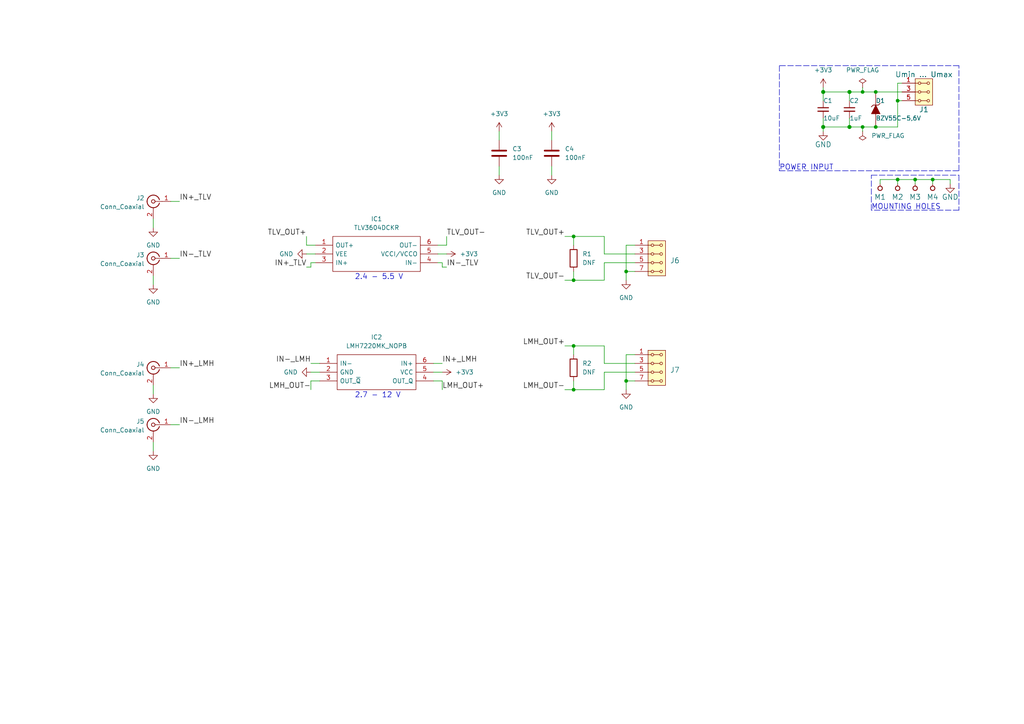
<source format=kicad_sch>
(kicad_sch (version 20211123) (generator eeschema)
  (paper "A4")
  (title_block (title "ACOMP01") (date "2023-02-09") (rev "A") (company "Mlab www.mlab.cz") (comment 1 "Fast analog comparator") (comment 2 "Marek Sommer <sommer@ujf.cas.cz>"))
  (lib_symbols
    (symbol "Connector:Conn_Coaxial" (pin_names (offset 1.016) hide)
      (property "Reference" "J" (at 0.254 3.048 0))
      (property "Value" "Conn_Coaxial" (at 2.921 0 90))
      (symbol "Conn_Coaxial_0_1"
        (arc (start -1.778 -0.508) (mid 0.2311 -1.8066) (end 1.778 0) (stroke (width 0.254)))
        (polyline (pts (xy -2.54 0) (xy -0.508 0)))
        (polyline (pts (xy 0 -2.54) (xy 0 -1.778)))
        (circle (center 0 0) (radius 0.508) (stroke (width 0.2032)))
        (arc (start 1.778 0) (mid 0.2099 1.8101) (end -1.778 0.508) (stroke (width 0.254)))
      )
      (symbol "Conn_Coaxial_1_1"
        (pin passive line (at -5.08 0 0) (length 2.54) (name "In") (number "1"))
        (pin passive line (at 0 -5.08 90) (length 2.54) (name "Ext") (number "2"))
      )
    )
    (symbol "Device:C" (pin_numbers hide) (pin_names (offset 0.254))
      (property "Reference" "C" (at 0.635 2.54 0))
      (property "Value" "C" (at 0.635 -2.54 0))
      (symbol "C_0_1"
        (polyline (pts (xy -2.032 -0.762) (xy 2.032 -0.762)) (stroke (width 0.508)))
        (polyline (pts (xy -2.032 0.762) (xy 2.032 0.762)) (stroke (width 0.508)))
      )
      (symbol "C_1_1"
        (pin passive line (at 0 3.81 270) (length 2.794) (name "~") (number "1"))
        (pin passive line (at 0 -3.81 90) (length 2.794) (name "~") (number "2"))
      )
    )
    (symbol "Device:R" (pin_numbers hide) (pin_names (offset 0))
      (property "Reference" "R" (at 2.032 0 90))
      (property "Value" "R" (at 0 0 90))
      (symbol "R_0_1"
        (rectangle (start -1.016 -2.54) (end 1.016 2.54) (stroke (width 0.254)))
      )
      (symbol "R_1_1"
        (pin passive line (at 0 3.81 270) (length 1.27) (name "~") (number "1"))
        (pin passive line (at 0 -3.81 90) (length 1.27) (name "~") (number "2"))
      )
    )
    (symbol "GND_1" (power) (pin_names (offset 0))
      (property "Value" "GND_1" (at 0 -3.81 0))
      (symbol "GND_1_0_1"
        (polyline (pts (xy 0 0) (xy 0 -1.27) (xy 1.27 -1.27) (xy 0 -2.54) (xy -1.27 -1.27) (xy 0 -1.27)))
      )
      (symbol "GND_1_1_1"
        (pin power_in line (at 0 0 270) (length 0) hide (name "GND") (number "1"))
      )
    )
    (symbol "GND_2" (power) (pin_names (offset 0))
      (property "Value" "GND_2" (at 0 -3.81 0))
      (symbol "GND_2_0_1"
        (polyline (pts (xy 0 0) (xy 0 -1.27) (xy 1.27 -1.27) (xy 0 -2.54) (xy -1.27 -1.27) (xy 0 -1.27)))
      )
      (symbol "GND_2_1_1"
        (pin power_in line (at 0 0 270) (length 0) hide (name "GND") (number "1"))
      )
    )
    (symbol "GND_3" (power) (pin_names (offset 0))
      (property "Value" "GND_3" (at 0 -3.81 0))
      (symbol "GND_3_0_1"
        (polyline (pts (xy 0 0) (xy 0 -1.27) (xy 1.27 -1.27) (xy 0 -2.54) (xy -1.27 -1.27) (xy 0 -1.27)))
      )
      (symbol "GND_3_1_1"
        (pin power_in line (at 0 0 270) (length 0) hide (name "GND") (number "1"))
      )
    )
    (symbol "GND_4" (power) (pin_names (offset 0))
      (property "Value" "GND_4" (at 0 -3.81 0))
      (symbol "GND_4_0_1"
        (polyline (pts (xy 0 0) (xy 0 -1.27) (xy 1.27 -1.27) (xy 0 -2.54) (xy -1.27 -1.27) (xy 0 -1.27)))
      )
      (symbol "GND_4_1_1"
        (pin power_in line (at 0 0 270) (length 0) hide (name "GND") (number "1"))
      )
    )
    (symbol "ISM02A-rescue:C_Small-Device-ISM02A-rescue" (pin_numbers hide) (pin_names (offset 0.254) hide)
      (property "Reference" "C" (at 0.254 1.778 0))
      (property "Value" "C_Small-Device-ISM02A-rescue" (at 0.254 -2.032 0))
      (symbol "C_Small-Device-ISM02A-rescue_0_1"
        (polyline (pts (xy -1.524 -0.508) (xy 1.524 -0.508)) (stroke (width 0.3302)))
        (polyline (pts (xy -1.524 0.508) (xy 1.524 0.508)) (stroke (width 0.3048)))
      )
      (symbol "C_Small-Device-ISM02A-rescue_1_1"
        (pin passive line (at 0 2.54 270) (length 2.032) (name "~") (number "1"))
        (pin passive line (at 0 -2.54 90) (length 2.032) (name "~") (number "2"))
      )
    )
    (symbol "ISM02A-rescue:D_ZENER-MLAB_D" (pin_numbers hide) (pin_names (offset 1.016) hide)
      (property "Reference" "D" (at 0 2.54 0))
      (property "Value" "D_ZENER-MLAB_D" (at 0 -2.54 0))
      (symbol "D_ZENER-MLAB_D_0_1"
        (polyline (pts (xy -1.778 1.27) (xy -1.27 0.762) (xy -1.27 -0.762) (xy -0.762 -1.27) (xy -0.762 -1.27)) (stroke (width 0.2032)))
        (polyline (pts (xy -1.27 0) (xy 1.27 1.27) (xy 1.27 -1.27) (xy -1.27 0) (xy -1.27 0)) (fill (type outline)))
      )
      (symbol "D_ZENER-MLAB_D_1_1"
        (pin passive line (at -5.08 0 0) (length 3.81) (name "K") (number "1"))
        (pin passive line (at 5.08 0 180) (length 3.81) (name "A") (number "2"))
      )
    )
    (symbol "LMH7220MK_NOPB:LMH7220MK_NOPB" (pin_names (offset 0.762))
      (property "Reference" "IC" (at 29.21 7.62 0))
      (property "Value" "LMH7220MK_NOPB" (at 29.21 5.08 0))
      (symbol "LMH7220MK_NOPB_0_0"
        (pin passive line (at 0 0 0) (length 5.08) (name "IN-") (number "1"))
        (pin passive line (at 0 -2.54 0) (length 5.08) (name "GND") (number "2"))
        (pin passive line (at 0 -5.08 0) (length 5.08) (name "OUT_~{Q}") (number "3"))
        (pin passive line (at 33.02 -5.08 180) (length 5.08) (name "OUT_Q") (number "4"))
        (pin passive line (at 33.02 -2.54 180) (length 5.08) (name "VCC") (number "5"))
        (pin passive line (at 33.02 0 180) (length 5.08) (name "IN+") (number "6"))
      )
      (symbol "LMH7220MK_NOPB_0_1"
        (polyline (pts (xy 5.08 2.54) (xy 27.94 2.54) (xy 27.94 -7.62) (xy 5.08 -7.62) (xy 5.08 2.54)) (stroke (width 0.1524)))
      )
    )
    (symbol "MLAB_HEADER:HEADER_2x04_PARALLEL" (pin_names (offset 1.016))
      (property "Reference" "J" (at 0 -6.35 0))
      (property "Value" "HEADER_2x04_PARALLEL" (at 0 6.35 0))
      (symbol "HEADER_2x04_PARALLEL_0_1"
        (rectangle (start -2.54 5.08) (end 2.54 -5.08) (fill (type background)))
        (circle (center -1.27 -3.81) (radius 0.381))
        (circle (center -1.27 -1.27) (radius 0.381))
        (circle (center -1.27 1.27) (radius 0.381))
        (circle (center -1.27 3.81) (radius 0.381))
        (polyline (pts (xy -1.651 -3.81) (xy -2.54 -3.81)))
        (polyline (pts (xy -1.651 -1.27) (xy -2.54 -1.27)))
        (polyline (pts (xy -1.651 1.27) (xy -2.54 1.27)))
        (polyline (pts (xy -1.651 3.81) (xy -2.54 3.81)))
        (polyline (pts (xy -0.889 -3.81) (xy 0.889 -3.81)))
        (polyline (pts (xy -0.889 -1.27) (xy 0.889 -1.27)))
        (polyline (pts (xy -0.889 1.27) (xy 0.889 1.27)))
        (polyline (pts (xy -0.889 3.81) (xy 0.889 3.81)))
        (circle (center 1.27 -3.81) (radius 0.381))
        (circle (center 1.27 -1.27) (radius 0.381))
        (circle (center 1.27 1.27) (radius 0.381))
        (circle (center 1.27 3.81) (radius 0.381))
      )
      (symbol "HEADER_2x04_PARALLEL_1_1"
        (pin input line (at -6.35 3.81 0) (length 3.81) (name "~") (number "1"))
        (pin input line (at -6.35 3.81 0) (length 3.81) hide (name "~") (number "2"))
        (pin input line (at -6.35 1.27 0) (length 3.81) (name "~") (number "3"))
        (pin input line (at -6.35 1.27 0) (length 3.81) hide (name "~") (number "4"))
        (pin input line (at -6.35 -1.27 0) (length 3.81) (name "~") (number "5"))
        (pin input line (at -6.35 -1.27 0) (length 3.81) hide (name "~") (number "6"))
        (pin input line (at -6.35 -3.81 0) (length 3.81) (name "~") (number "7"))
        (pin input line (at -6.35 -3.81 0) (length 3.81) hide (name "~") (number "8"))
      )
    )
    (symbol "TLV3604DCKR:TLV3604DCKR" (pin_names (offset 0.762))
      (property "Reference" "IC" (at 31.75 7.62 0))
      (property "Value" "TLV3604DCKR" (at 31.75 5.08 0))
      (symbol "TLV3604DCKR_0_0"
        (pin passive line (at 0 0 0) (length 5.08) (name "OUT+") (number "1"))
        (pin passive line (at 0 -2.54 0) (length 5.08) (name "VEE") (number "2"))
        (pin passive line (at 0 -5.08 0) (length 5.08) (name "IN+") (number "3"))
        (pin passive line (at 35.56 -5.08 180) (length 5.08) (name "IN-") (number "4"))
        (pin passive line (at 35.56 -2.54 180) (length 5.08) (name "VCCI/VCCO") (number "5"))
        (pin passive line (at 35.56 0 180) (length 5.08) (name "OUT-") (number "6"))
      )
      (symbol "TLV3604DCKR_0_1"
        (polyline (pts (xy 5.08 2.54) (xy 30.48 2.54) (xy 30.48 -7.62) (xy 5.08 -7.62) (xy 5.08 2.54)) (stroke (width 0.1524)))
      )
    )
    (symbol "header:HEADER_2x03_PARALLEL" (pin_names (offset 1.016))
      (property "Reference" "J" (at 0 -5.08 0))
      (property "Value" "HEADER_2x03_PARALLEL" (at 0 5.08 0))
      (symbol "HEADER_2x03_PARALLEL_0_1"
        (rectangle (start -2.54 3.81) (end 2.54 -3.81) (fill (type background)))
        (circle (center -1.27 -2.54) (radius 0.381))
        (circle (center -1.27 0) (radius 0.381))
        (circle (center -1.27 2.54) (radius 0.381))
        (polyline (pts (xy -1.651 -2.54) (xy -2.54 -2.54)))
        (polyline (pts (xy -1.651 0) (xy -2.54 0)))
        (polyline (pts (xy -1.651 2.54) (xy -2.54 2.54)))
        (polyline (pts (xy -0.889 -2.54) (xy 0.889 -2.54)))
        (polyline (pts (xy -0.889 0) (xy 0.889 0)))
        (polyline (pts (xy -0.889 2.54) (xy 0.889 2.54)))
        (circle (center 1.27 -2.54) (radius 0.381))
        (circle (center 1.27 0) (radius 0.381))
        (circle (center 1.27 2.54) (radius 0.381))
      )
      (symbol "HEADER_2x03_PARALLEL_1_1"
        (pin input line (at -6.35 2.54 0) (length 3.81) (name "~") (number "1"))
        (pin input line (at -6.35 2.54 0) (length 3.81) hide (name "~") (number "2"))
        (pin input line (at -6.35 0 0) (length 3.81) (name "~") (number "3"))
        (pin input line (at -6.35 0 0) (length 3.81) hide (name "~") (number "4"))
        (pin input line (at -6.35 -2.54 0) (length 3.81) (name "~") (number "5"))
        (pin input line (at -6.35 -2.54 0) (length 3.81) hide (name "~") (number "6"))
      )
    )
    (symbol "mlab-default-rescue:GND" (power) (pin_names (offset 0))
      (property "Value" "GND" (at 0 -3.81 0))
      (symbol "GND_0_1"
        (polyline (pts (xy 0 0) (xy 0 -1.27) (xy 1.27 -1.27) (xy 0 -2.54) (xy -1.27 -1.27) (xy 0 -1.27)))
      )
      (symbol "GND_1_1"
        (pin power_in line (at 0 0 270) (length 0) hide (name "GND") (number "1"))
      )
    )
    (symbol "mlab-default-rescue:HOLE" (pin_numbers hide) (pin_names (offset 1.016) hide)
      (property "Reference" "M" (at 0 2.54 0))
      (property "Value" "HOLE" (at 0 -2.54 0))
      (symbol "HOLE_0_1"
        (circle (center 0 0) (radius 0.635) (stroke (width 0.254)))
      )
      (symbol "HOLE_1_1"
        (pin input line (at 1.27 0 180) (length 0.635) (name "~") (number "1"))
      )
    )
    (symbol "power:+3V3" (power) (pin_names (offset 0))
      (property "Value" "+3V3" (at 0 3.556 0))
      (symbol "+3V3_0_1"
        (polyline (pts (xy -0.762 1.27) (xy 0 2.54)))
        (polyline (pts (xy 0 0) (xy 0 2.54)))
        (polyline (pts (xy 0 2.54) (xy 0.762 1.27)))
      )
      (symbol "+3V3_1_1"
        (pin power_in line (at 0 0 90) (length 0) hide (name "+3V3") (number "1"))
      )
    )
    (symbol "power:GND" (power) (pin_names (offset 0))
      (property "Value" "GND" (at 0 -3.81 0))
      (symbol "GND_0_1"
        (polyline (pts (xy 0 0) (xy 0 -1.27) (xy 1.27 -1.27) (xy 0 -2.54) (xy -1.27 -1.27) (xy 0 -1.27)))
      )
      (symbol "GND_1_1"
        (pin power_in line (at 0 0 270) (length 0) hide (name "GND") (number "1"))
      )
    )
    (symbol "power:PWR_FLAG" (power) (pin_numbers hide) (pin_names (offset 0) hide)
      (property "Value" "PWR_FLAG" (at 0 3.81 0))
      (symbol "PWR_FLAG_0_0"
        (pin power_out line (at 0 0 90) (length 0) (name "pwr") (number "1"))
      )
      (symbol "PWR_FLAG_0_1"
        (polyline (pts (xy 0 0) (xy 0 1.27) (xy -1.016 1.905) (xy 0 2.54) (xy 1.016 1.905) (xy 0 1.27)))
      )
    )
  )
  (junction (at 254 26.67))
  (junction (at 246.38 36.83) (diameter 1.016))
  (junction (at 238.76 26.67) (diameter 1.016))
  (junction (at 250.19 36.83))
  (junction (at 270.51 52.07))
  (junction (at 260.35 29.21))
  (junction (at 166.37 113.03))
  (junction (at 265.43 52.07))
  (junction (at 238.76 36.83) (diameter 1.016))
  (junction (at 250.19 26.67))
  (junction (at 166.37 68.58))
  (junction (at 254 36.83))
  (junction (at 246.38 26.67) (diameter 1.016))
  (junction (at 260.35 52.07))
  (junction (at 166.37 81.28))
  (junction (at 181.61 110.49))
  (junction (at 181.61 78.74))
  (junction (at 166.37 100.33))
  (wire (pts (xy 166.37 68.58) (xy 175.26 68.58)))
  (wire (pts (xy 166.37 81.28) (xy 175.26 81.28)))
  (wire (pts (xy 90.17 105.41) (xy 92.71 105.41)))
  (wire (pts (xy 260.35 53.34) (xy 260.35 52.07)))
  (wire (pts (xy 175.26 81.28) (xy 175.26 76.2)))
  (wire (pts (xy 250.19 25.4) (xy 250.19 26.67)))
  (wire (pts (xy 44.45 111.76) (xy 44.45 114.3)))
  (wire (pts (xy 166.37 68.58) (xy 166.37 71.12)))
  (wire (pts (xy 166.37 81.28) (xy 166.37 78.74)))
  (wire (pts (xy 175.26 113.03) (xy 166.37 113.03)))
  (wire (pts (xy 265.43 53.34) (xy 265.43 52.07)))
  (wire (pts (xy 90.17 107.95) (xy 92.71 107.95)))
  (wire (pts (xy 184.15 78.74) (xy 181.61 78.74)))
  (wire (pts (xy 88.9 71.12) (xy 88.9 68.58)))
  (wire (pts (xy 254 26.67) (xy 261.62 26.67)))
  (wire (pts (xy 128.27 110.49) (xy 125.73 110.49)))
  (wire (pts (xy 90.17 76.2) (xy 91.44 76.2)))
  (wire (pts (xy 246.38 36.83) (xy 238.76 36.83)))
  (wire (pts (xy 275.59 52.07) (xy 270.51 52.07)))
  (polyline (pts (xy 278.13 49.53) (xy 278.13 19.05)))
  (wire (pts (xy 88.9 73.66) (xy 91.44 73.66)))
  (wire (pts (xy 175.26 68.58) (xy 175.26 73.66)))
  (wire (pts (xy 181.61 110.49) (xy 181.61 113.03)))
  (wire (pts (xy 238.76 36.83) (xy 238.76 38.1)))
  (wire (pts (xy 275.59 53.34) (xy 275.59 52.07)))
  (wire (pts (xy 160.02 38.1) (xy 160.02 40.64)))
  (wire (pts (xy 238.76 34.29) (xy 238.76 36.83)))
  (wire (pts (xy 52.07 123.19) (xy 49.53 123.19)))
  (wire (pts (xy 52.07 58.42) (xy 49.53 58.42)))
  (wire (pts (xy 181.61 78.74) (xy 181.61 81.28)))
  (wire (pts (xy 44.45 80.01) (xy 44.45 82.55)))
  (wire (pts (xy 127 73.66) (xy 129.54 73.66)))
  (wire (pts (xy 88.9 77.47) (xy 90.17 77.47)))
  (wire (pts (xy 181.61 102.87) (xy 181.61 110.49)))
  (wire (pts (xy 265.43 52.07) (xy 260.35 52.07)))
  (wire (pts (xy 175.26 100.33) (xy 175.26 105.41)))
  (wire (pts (xy 261.62 24.13) (xy 260.35 24.13)))
  (polyline (pts (xy 278.13 50.8) (xy 278.13 60.96)))
  (wire (pts (xy 52.07 74.93) (xy 49.53 74.93)))
  (wire (pts (xy 270.51 53.34) (xy 270.51 52.07)))
  (wire (pts (xy 129.54 68.58) (xy 129.54 71.12)))
  (wire (pts (xy 184.15 71.12) (xy 181.61 71.12)))
  (wire (pts (xy 175.26 105.41) (xy 184.15 105.41)))
  (wire (pts (xy 175.26 73.66) (xy 184.15 73.66)))
  (wire (pts (xy 175.26 107.95) (xy 175.26 113.03)))
  (wire (pts (xy 175.26 76.2) (xy 184.15 76.2)))
  (wire (pts (xy 260.35 36.83) (xy 254 36.83)))
  (wire (pts (xy 90.17 77.47) (xy 90.17 76.2)))
  (wire (pts (xy 254 26.67) (xy 250.19 26.67)))
  (wire (pts (xy 260.35 29.21) (xy 260.35 36.83)))
  (wire (pts (xy 129.54 77.47) (xy 128.27 77.47)))
  (polyline (pts (xy 226.06 49.53) (xy 278.13 49.53)))
  (wire (pts (xy 163.83 68.58) (xy 166.37 68.58)))
  (wire (pts (xy 163.83 81.28) (xy 166.37 81.28)))
  (wire (pts (xy 261.62 29.21) (xy 260.35 29.21)))
  (polyline (pts (xy 278.13 60.96) (xy 252.73 60.96)))
  (wire (pts (xy 44.45 128.27) (xy 44.45 130.81)))
  (wire (pts (xy 184.15 110.49) (xy 181.61 110.49)))
  (polyline (pts (xy 226.06 19.05) (xy 226.06 49.53)))
  (wire (pts (xy 255.27 52.07) (xy 255.27 53.34)))
  (wire (pts (xy 128.27 77.47) (xy 128.27 76.2)))
  (wire (pts (xy 246.38 26.67) (xy 246.38 29.21)))
  (wire (pts (xy 238.76 25.4) (xy 238.76 26.67)))
  (wire (pts (xy 181.61 71.12) (xy 181.61 78.74)))
  (wire (pts (xy 163.83 113.03) (xy 166.37 113.03)))
  (wire (pts (xy 250.19 36.83) (xy 254 36.83)))
  (wire (pts (xy 160.02 48.26) (xy 160.02 50.8)))
  (wire (pts (xy 250.19 26.67) (xy 246.38 26.67)))
  (wire (pts (xy 246.38 34.29) (xy 246.38 36.83)))
  (polyline (pts (xy 252.73 60.96) (xy 252.73 50.8)))
  (wire (pts (xy 91.44 71.12) (xy 88.9 71.12)))
  (wire (pts (xy 125.73 107.95) (xy 128.27 107.95)))
  (wire (pts (xy 128.27 113.03) (xy 128.27 110.49)))
  (wire (pts (xy 52.07 106.68) (xy 49.53 106.68)))
  (wire (pts (xy 44.45 63.5) (xy 44.45 66.04)))
  (wire (pts (xy 144.78 48.26) (xy 144.78 50.8)))
  (wire (pts (xy 270.51 52.07) (xy 265.43 52.07)))
  (wire (pts (xy 260.35 24.13) (xy 260.35 29.21)))
  (polyline (pts (xy 278.13 19.05) (xy 226.06 19.05)))
  (wire (pts (xy 184.15 102.87) (xy 181.61 102.87)))
  (wire (pts (xy 90.17 113.03) (xy 90.17 110.49)))
  (wire (pts (xy 128.27 76.2) (xy 127 76.2)))
  (wire (pts (xy 166.37 100.33) (xy 175.26 100.33)))
  (wire (pts (xy 238.76 26.67) (xy 238.76 29.21)))
  (wire (pts (xy 90.17 110.49) (xy 92.71 110.49)))
  (wire (pts (xy 144.78 38.1) (xy 144.78 40.64)))
  (polyline (pts (xy 252.73 50.8) (xy 278.13 50.8)))
  (wire (pts (xy 125.73 105.41) (xy 128.27 105.41)))
  (wire (pts (xy 260.35 52.07) (xy 255.27 52.07)))
  (wire (pts (xy 129.54 71.12) (xy 127 71.12)))
  (wire (pts (xy 184.15 107.95) (xy 175.26 107.95)))
  (wire (pts (xy 246.38 36.83) (xy 250.19 36.83)))
  (wire (pts (xy 166.37 100.33) (xy 166.37 102.87)))
  (wire (pts (xy 163.83 100.33) (xy 166.37 100.33)))
  (wire (pts (xy 250.19 36.83) (xy 250.19 38.1)))
  (wire (pts (xy 166.37 113.03) (xy 166.37 110.49)))
  (wire (pts (xy 246.38 26.67) (xy 238.76 26.67)))
  (text "POWER INPUT" (at 226.06 49.53 0) (effects (font (size 1.524 1.524)) (justify left bottom)))
  (text "2.4 - 5.5 V" (at 102.87 81.28 0) (effects (font (size 1.524 1.524)) (justify left bottom)))
  (text "MOUNTING HOLES" (at 252.73 60.96 0) (effects (font (size 1.524 1.524)) (justify left bottom)))
  (text "2.7 - 12 V" (at 102.87 115.57 0) (effects (font (size 1.524 1.524)) (justify left bottom)))
  (label "IN+_LMH" (at 52.07 106.68 0) (effects (font (size 1.524 1.524))))
  (label "LMH_OUT+" (at 163.83 100.33 180) (effects (font (size 1.524 1.524))))
  (label "IN+_TLV" (at 52.07 58.42 0) (effects (font (size 1.524 1.524))))
  (label "IN-_TLV" (at 129.54 77.47 0) (effects (font (size 1.524 1.524))))
  (label "IN+_TLV" (at 88.9 77.47 180) (effects (font (size 1.524 1.524))))
  (label "IN-_TLV" (at 52.07 74.93 0) (effects (font (size 1.524 1.524))))
  (label "LMH_OUT-" (at 163.83 113.03 180) (effects (font (size 1.524 1.524))))
  (label "LMH_OUT+" (at 128.27 113.03 0) (effects (font (size 1.524 1.524))))
  (label "IN-_LMH" (at 52.07 123.19 0) (effects (font (size 1.524 1.524))))
  (label "IN+_LMH" (at 128.27 105.41 0) (effects (font (size 1.524 1.524))))
  (label "IN-_LMH" (at 90.17 105.41 180) (effects (font (size 1.524 1.524))))
  (label "TLV_OUT+" (at 88.9 68.58 180) (effects (font (size 1.524 1.524))))
  (label "TLV_OUT-" (at 163.83 81.28 180) (effects (font (size 1.524 1.524))))
  (label "TLV_OUT+" (at 163.83 68.58 180) (effects (font (size 1.524 1.524))))
  (label "LMH_OUT-" (at 90.17 113.03 180) (effects (font (size 1.524 1.524))))
  (label "TLV_OUT-" (at 129.54 68.58 0) (effects (font (size 1.524 1.524))))
  (symbol (lib_id "header:HEADER_2x03_PARALLEL") (at 267.97 26.67 0) (unit 1)
    (property "Reference" "J1" (at 267.97 31.75 0) (effects (font (size 1.524 1.524))))
    (property "Value" "Umin ... Umax" (at 267.97 21.59 0) (effects (font (size 1.524 1.524))))
    (property "Footprint" "Mlab_Pin_Headers:Straight_2x03" (effects hide))
  )
  (symbol (lib_id "mlab-default-rescue:HOLE") (at 255.27 54.61 90) (unit 1)
    (property "Reference" "M1" (at 255.27 57.15 90) (effects (font (size 1.524 1.524))))
    (property "Value" "HOLE M3" (effects hide))
    (property "Footprint" "Mlab_Mechanical:MountingHole_3mm" (effects hide))
  )
  (symbol (lib_id "mlab-default-rescue:HOLE") (at 260.35 54.61 90) (unit 1)
    (property "Reference" "M2" (at 260.35 57.15 90) (effects (font (size 1.524 1.524))))
    (property "Value" "HOLE M3" (effects hide))
    (property "Footprint" "Mlab_Mechanical:MountingHole_3mm" (effects hide))
  )
  (symbol (lib_id "mlab-default-rescue:HOLE") (at 265.43 54.61 90) (unit 1)
    (property "Reference" "M3" (at 265.43 57.15 90) (effects (font (size 1.524 1.524))))
    (property "Value" "HOLE" (effects hide))
    (property "Footprint" "Mlab_Mechanical:MountingHole_3mm" (effects hide))
  )
  (symbol (lib_id "mlab-default-rescue:HOLE") (at 270.51 54.61 90) (unit 1)
    (property "Reference" "M4" (at 270.51 57.15 90) (effects (font (size 1.524 1.524))))
    (property "Value" "HOLE" (effects hide))
    (property "Footprint" "Mlab_Mechanical:MountingHole_3mm" (effects hide))
  )
  (symbol (lib_id "mlab-default-rescue:GND") (at 275.59 53.34 0) (unit 1)
    (property "Reference" "#PWR03" (effects hide))
    (property "Value" "GND" (at 275.59 57.15 0) (effects (font (size 1.524 1.524))))
  )
  (symbol (lib_id "Device:R") (at 166.37 106.68 0) (unit 1)
    (property "Reference" "R2" (at 168.91 105.4099 0) (effects (justify left)))
    (property "Value" "DNF" (at 168.91 107.9499 0) (effects (justify left)))
    (property "Footprint" "Resistor_SMD:R_0805_2012Metric" (effects hide))
  )
  (symbol (lib_name "GND_1") (lib_id "power:GND") (at 44.45 130.81 0) (mirror y) (unit 1)
    (property "Reference" "#PWR0114" (effects hide))
    (property "Value" "GND" (at 44.45 135.89 0))
  )
  (symbol (lib_id "power:+3V3") (at 160.02 38.1 0) (unit 1)
    (property "Reference" "#PWR0108" (effects hide))
    (property "Value" "+3V3" (at 160.02 33.02 0))
  )
  (symbol (lib_id "LMH7220MK_NOPB:LMH7220MK_NOPB") (at 92.71 105.41 0) (unit 1)
    (property "Reference" "IC2" (at 109.22 97.79 0))
    (property "Value" "LMH7220MK_NOPB" (at 109.22 100.33 0))
    (property "Footprint" "Mlab_IO:SOT-23-6" (effects hide))
    (property "Datasheet" "http://www.ti.com/lit/gpn/lmh7220" (effects hide))
    (property "Description" "High Speed Comparator with LVDS Output" (effects hide))
    (property "Height" "1.1" (effects hide))
    (property "Mouser Part Number" "926-LMH7220MK/NOPB" (effects hide))
    (property "Mouser Price/Stock" "https://www.mouser.co.uk/ProductDetail/Texas-Instruments/LMH7220MK-NOPB?qs=7lkVKPoqpbY%252B%252BlU26oUBug%3D%3D" (effects hide))
    (property "Manufacturer_Name" "Texas Instruments" (effects hide))
    (property "Manufacturer_Part_Number" "LMH7220MK/NOPB" (effects hide))
  )
  (symbol (lib_id "power:+3V3") (at 128.27 107.95 270) (unit 1)
    (property "Reference" "#PWR0106" (effects hide))
    (property "Value" "+3V3" (at 132.08 107.9499 90) (effects (justify left)))
  )
  (symbol (lib_id "MLAB_HEADER:HEADER_2x04_PARALLEL") (at 190.5 74.93 0) (unit 1)
    (property "Reference" "J6" (at 194.31 75.565 0) (effects (font (size 1.524 1.524)) (justify left)))
    (property "Value" "HEADER_2x04_PARALLEL" (effects hide))
    (property "Footprint" "Mlab_Pin_Headers:Straight_2x04" (effects hide))
  )
  (symbol (lib_id "power:PWR_FLAG") (at 250.19 25.4 0) (unit 1)
    (property "Reference" "#FLG0101" (effects hide))
    (property "Value" "PWR_FLAG" (at 250.19 20.32 0))
  )
  (symbol (lib_name "GND_1") (lib_id "power:GND") (at 44.45 82.55 0) (mirror y) (unit 1)
    (property "Reference" "#PWR0113" (effects hide))
    (property "Value" "GND" (at 44.45 87.63 0))
  )
  (symbol (lib_name "GND_3") (lib_id "power:GND") (at 160.02 50.8 0) (unit 1)
    (property "Reference" "#PWR0109" (effects hide))
    (property "Value" "GND" (at 160.02 55.88 0))
  )
  (symbol (lib_id "ISM02A-rescue:C_Small-Device-ISM02A-rescue") (at 238.76 31.75 0) (unit 1)
    (property "Reference" "C1" (at 238.76 29.21 0) (effects (justify left)))
    (property "Value" "10uF" (at 238.76 34.29 0) (effects (justify left)))
    (property "Footprint" "Capacitor_SMD:C_0805_2012Metric" (effects hide))
    (property "UST_ID" "5c70984812875079b91f8bbe" (effects hide))
  )
  (symbol (lib_name "GND_4") (lib_id "power:GND") (at 181.61 113.03 0) (unit 1)
    (property "Reference" "#PWR0116" (effects hide))
    (property "Value" "GND" (at 181.61 118.11 0))
  )
  (symbol (lib_id "ISM02A-rescue:C_Small-Device-ISM02A-rescue") (at 246.38 31.75 0) (unit 1)
    (property "Reference" "C2" (at 246.38 29.21 0) (effects (justify left)))
    (property "Value" "1uF" (at 246.38 34.29 0) (effects (justify left)))
    (property "Footprint" "Capacitor_SMD:C_0805_2012Metric" (effects hide))
    (property "UST_id" "C0805_100n" (effects hide))
    (property "UST_ID" "5c70984812875079b91f8bf2" (effects hide))
  )
  (symbol (lib_id "power:PWR_FLAG") (at 250.19 38.1 180) (unit 1)
    (property "Reference" "#FLG0102" (effects hide))
    (property "Value" "PWR_FLAG" (at 252.73 39.3699 0) (effects (justify right)))
  )
  (symbol (lib_id "Device:C") (at 160.02 44.45 0) (unit 1)
    (property "Reference" "C4" (at 163.83 43.1799 0) (effects (justify left)))
    (property "Value" "100nF" (at 163.83 45.7199 0) (effects (justify left)))
    (property "Footprint" "Capacitor_SMD:C_0805_2012Metric" (effects hide))
  )
  (symbol (lib_name "GND_1") (lib_id "power:GND") (at 44.45 66.04 0) (mirror y) (unit 1)
    (property "Reference" "#PWR0112" (effects hide))
    (property "Value" "GND" (at 44.45 71.12 0))
  )
  (symbol (lib_id "Device:R") (at 166.37 74.93 0) (unit 1)
    (property "Reference" "R1" (at 168.91 73.6599 0) (effects (justify left)))
    (property "Value" "DNF" (at 168.91 76.1999 0) (effects (justify left)))
    (property "Footprint" "Resistor_SMD:R_0805_2012Metric" (effects hide))
  )
  (symbol (lib_name "GND_4") (lib_id "power:GND") (at 181.61 81.28 0) (unit 1)
    (property "Reference" "#PWR0115" (effects hide))
    (property "Value" "GND" (at 181.61 86.36 0))
  )
  (symbol (lib_id "Connector:Conn_Coaxial") (at 44.45 74.93 0) (mirror y) (unit 1)
    (property "Reference" "J3" (at 41.91 73.9531 0) (effects (justify left)))
    (property "Value" "Conn_Coaxial" (at 41.91 76.4931 0) (effects (justify left)))
    (property "Footprint" "Mlab_CON:SMA6251A13G50" (effects hide))
    (property "Datasheet" " ~" (effects hide))
  )
  (symbol (lib_id "power:+3V3") (at 238.76 25.4 0) (unit 1)
    (property "Reference" "#PWR0101" (effects hide))
    (property "Value" "+3V3" (at 238.76 20.32 0))
  )
  (symbol (lib_name "GND_1") (lib_id "power:GND") (at 44.45 114.3 0) (mirror y) (unit 1)
    (property "Reference" "#PWR0111" (effects hide))
    (property "Value" "GND" (at 44.45 119.38 0))
  )
  (symbol (lib_id "Connector:Conn_Coaxial") (at 44.45 58.42 0) (mirror y) (unit 1)
    (property "Reference" "J2" (at 41.91 57.4431 0) (effects (justify left)))
    (property "Value" "Conn_Coaxial" (at 41.91 59.9831 0) (effects (justify left)))
    (property "Footprint" "Mlab_CON:SMA6251A13G50" (effects hide))
    (property "Datasheet" " ~" (effects hide))
  )
  (symbol (lib_id "power:+3V3") (at 144.78 38.1 0) (unit 1)
    (property "Reference" "#PWR0103" (effects hide))
    (property "Value" "+3V3" (at 144.78 33.02 0))
  )
  (symbol (lib_id "MLAB_HEADER:HEADER_2x04_PARALLEL") (at 190.5 106.68 0) (unit 1)
    (property "Reference" "J7" (at 194.31 107.315 0) (effects (font (size 1.524 1.524)) (justify left)))
    (property "Value" "HEADER_2x04_PARALLEL" (effects hide))
    (property "Footprint" "Mlab_Pin_Headers:Straight_2x04" (effects hide))
  )
  (symbol (lib_id "TLV3604DCKR:TLV3604DCKR") (at 91.44 71.12 0) (unit 1)
    (property "Reference" "IC1" (at 109.22 63.5 0))
    (property "Value" "TLV3604DCKR" (at 109.22 66.04 0))
    (property "Footprint" "Mlab_IO:SC-70-6" (effects hide))
    (property "Datasheet" "https://www.ti.com/lit/gpn/tlv3604" (effects hide))
    (property "Description" "800-ps high-speed rail-rail input comparator with LVDS outputs" (effects hide))
    (property "Height" "1.1" (effects hide))
    (property "Mouser Part Number" "595-TLV3604DCKR" (effects hide))
    (property "Mouser Price/Stock" "https://www.mouser.co.uk/ProductDetail/Texas-Instruments/TLV3604DCKR?qs=eP2BKZSCXI640M7VQt%252Bohw%3D%3D" (effects hide))
    (property "Manufacturer_Name" "Texas Instruments" (effects hide))
    (property "Manufacturer_Part_Number" "TLV3604DCKR" (effects hide))
  )
  (symbol (lib_id "Connector:Conn_Coaxial") (at 44.45 106.68 0) (mirror y) (unit 1)
    (property "Reference" "J4" (at 41.91 105.7031 0) (effects (justify left)))
    (property "Value" "Conn_Coaxial" (at 41.91 108.2431 0) (effects (justify left)))
    (property "Footprint" "Mlab_CON:SMA6251A13G50" (effects hide))
    (property "Datasheet" " ~" (effects hide))
  )
  (symbol (lib_id "power:+3V3") (at 129.54 73.66 270) (unit 1)
    (property "Reference" "#PWR0105" (effects hide))
    (property "Value" "+3V3" (at 133.35 73.6599 90) (effects (justify left)))
  )
  (symbol (lib_name "GND_3") (lib_id "power:GND") (at 144.78 50.8 0) (unit 1)
    (property "Reference" "#PWR0104" (effects hide))
    (property "Value" "GND" (at 144.78 55.88 0))
  )
  (symbol (lib_name "GND_2") (lib_id "power:GND") (at 88.9 73.66 270) (unit 1)
    (property "Reference" "#PWR0110" (effects hide))
    (property "Value" "GND" (at 85.09 73.6599 90) (effects (justify right)))
  )
  (symbol (lib_id "Device:C") (at 144.78 44.45 0) (unit 1)
    (property "Reference" "C3" (at 148.59 43.1799 0) (effects (justify left)))
    (property "Value" "100nF" (at 148.59 45.7199 0) (effects (justify left)))
    (property "Footprint" "Capacitor_SMD:C_0805_2012Metric" (effects hide))
  )
  (symbol (lib_id "power:GND") (at 238.76 38.1 0) (unit 1)
    (property "Reference" "#PWR0102" (effects hide))
    (property "Value" "GND" (at 238.76 41.91 0) (effects (font (size 1.524 1.524))))
  )
  (symbol (lib_id "Connector:Conn_Coaxial") (at 44.45 123.19 0) (mirror y) (unit 1)
    (property "Reference" "J5" (at 41.91 122.2131 0) (effects (justify left)))
    (property "Value" "Conn_Coaxial" (at 41.91 124.7531 0) (effects (justify left)))
    (property "Footprint" "Mlab_CON:SMA6251A13G50" (effects hide))
    (property "Datasheet" " ~" (effects hide))
  )
  (symbol (lib_name "GND_2") (lib_id "power:GND") (at 90.17 107.95 270) (unit 1)
    (property "Reference" "#PWR0107" (effects hide))
    (property "Value" "GND" (at 86.36 107.9499 90) (effects (justify right)))
  )
  (symbol (lib_id "ISM02A-rescue:D_ZENER-MLAB_D") (at 254 31.75 270) (unit 1)
    (property "Reference" "D1" (at 254 29.21 90) (effects (justify left)))
    (property "Value" "BZV55C-5,6V" (at 254 34.29 90) (effects (justify left)))
    (property "Footprint" "Diode_SMD:D_SMA" (effects hide))
    (property "UST_ID" "5c70984512875079b91f88b2" (effects hide))
  )
)
</source>
